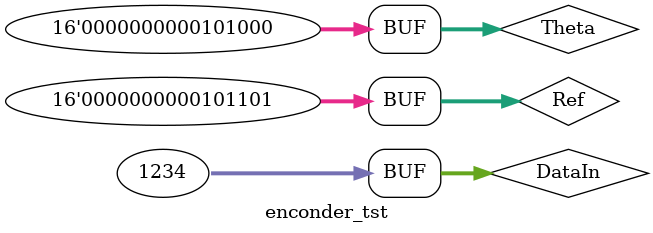
<source format=v>
`timescale 1ns / 1ps


module enconder_tst;

	// Inputs
	reg [15:0] Theta;
	reg [15:0] Ref;
	reg [31:0] DataIn;

	// Outputs
	wire [7:0] Address;
	wire [31:0] DataOut;

	// Instantiate the Unit Under Test (UUT)
	Encoder uut (
		.Theta(Theta), 
		.Ref(Ref), 
		.DataIn(DataIn), 
		.Address(Address), 
		.DataOut(DataOut)
	);

	initial begin
		// Initialize Inputs
		Theta = 45;
		Ref = 45;
		DataIn = 1234;

		// Wait 100 ns for global reset to finish
		#100;
		// Add stimulus here
		
		#10;
		Theta = 47;
		#10;
		Theta = 48;
		#10;
		Theta = 43;
		#10;
		Theta = 40;
		
	end
      
endmodule


</source>
